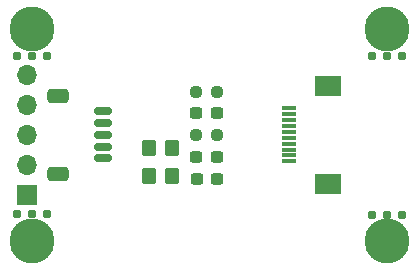
<source format=gbr>
%TF.GenerationSoftware,KiCad,Pcbnew,(5.99.0-11678-ga208dac8d8)*%
%TF.CreationDate,2021-09-17T02:16:08+07:00*%
%TF.ProjectId,sharp_memory_display,73686172-705f-46d6-956d-6f72795f6469,rev?*%
%TF.SameCoordinates,Original*%
%TF.FileFunction,Soldermask,Bot*%
%TF.FilePolarity,Negative*%
%FSLAX46Y46*%
G04 Gerber Fmt 4.6, Leading zero omitted, Abs format (unit mm)*
G04 Created by KiCad (PCBNEW (5.99.0-11678-ga208dac8d8)) date 2021-09-17 02:16:08*
%MOMM*%
%LPD*%
G01*
G04 APERTURE LIST*
G04 Aperture macros list*
%AMRoundRect*
0 Rectangle with rounded corners*
0 $1 Rounding radius*
0 $2 $3 $4 $5 $6 $7 $8 $9 X,Y pos of 4 corners*
0 Add a 4 corners polygon primitive as box body*
4,1,4,$2,$3,$4,$5,$6,$7,$8,$9,$2,$3,0*
0 Add four circle primitives for the rounded corners*
1,1,$1+$1,$2,$3*
1,1,$1+$1,$4,$5*
1,1,$1+$1,$6,$7*
1,1,$1+$1,$8,$9*
0 Add four rect primitives between the rounded corners*
20,1,$1+$1,$2,$3,$4,$5,0*
20,1,$1+$1,$4,$5,$6,$7,0*
20,1,$1+$1,$6,$7,$8,$9,0*
20,1,$1+$1,$8,$9,$2,$3,0*%
G04 Aperture macros list end*
%ADD10C,0.787400*%
%ADD11R,1.700000X1.700000*%
%ADD12O,1.700000X1.700000*%
%ADD13C,3.800000*%
%ADD14RoundRect,0.237500X0.300000X0.237500X-0.300000X0.237500X-0.300000X-0.237500X0.300000X-0.237500X0*%
%ADD15RoundRect,0.249999X0.350001X0.450001X-0.350001X0.450001X-0.350001X-0.450001X0.350001X-0.450001X0*%
%ADD16RoundRect,0.249999X-0.350001X-0.450001X0.350001X-0.450001X0.350001X0.450001X-0.350001X0.450001X0*%
%ADD17RoundRect,0.237500X0.250000X0.237500X-0.250000X0.237500X-0.250000X-0.237500X0.250000X-0.237500X0*%
%ADD18R,2.200000X1.800000*%
%ADD19R,1.300000X0.300000*%
%ADD20RoundRect,0.150000X0.625000X-0.150000X0.625000X0.150000X-0.625000X0.150000X-0.625000X-0.150000X0*%
%ADD21RoundRect,0.249999X0.650001X-0.350001X0.650001X0.350001X-0.650001X0.350001X-0.650001X-0.350001X0*%
G04 APERTURE END LIST*
D10*
%TO.C,REF\u002A\u002A*%
X23482642Y-23836389D03*
X24752642Y-23836389D03*
X26022642Y-23836389D03*
%TD*%
%TO.C,REF\u002A\u002A*%
X23482642Y-37236389D03*
X24752642Y-37236389D03*
X26022642Y-37236389D03*
%TD*%
%TO.C,REF\u002A\u002A*%
X53482642Y-37290389D03*
X54752642Y-37290389D03*
X56022642Y-37290389D03*
%TD*%
%TO.C,REF\u002A\u002A*%
X53482642Y-23836389D03*
X54752642Y-23836389D03*
X56022642Y-23836389D03*
%TD*%
D11*
%TO.C,J1*%
X24252600Y-35570400D03*
D12*
X24252600Y-33030400D03*
X24252600Y-30490400D03*
X24252600Y-27950400D03*
X24252600Y-25410400D03*
%TD*%
D13*
%TO.C,H2*%
X24752642Y-21490389D03*
%TD*%
%TO.C,H4*%
X54752642Y-21490389D03*
%TD*%
%TO.C,H3*%
X24752642Y-39490389D03*
%TD*%
%TO.C,H1*%
X54752642Y-39490389D03*
%TD*%
D14*
%TO.C,C1*%
X40352600Y-28640400D03*
X38627600Y-28640400D03*
%TD*%
%TO.C,C2*%
X40377600Y-34240400D03*
X38652600Y-34240400D03*
%TD*%
%TO.C,C3*%
X40365100Y-32340400D03*
X38640100Y-32340400D03*
%TD*%
D15*
%TO.C,FB1*%
X36602600Y-31590400D03*
X34602600Y-31590400D03*
%TD*%
D16*
%TO.C,FB2*%
X34602600Y-33990400D03*
X36602600Y-33990400D03*
%TD*%
D17*
%TO.C,R1*%
X40402600Y-30490400D03*
X38577600Y-30490400D03*
%TD*%
D18*
%TO.C,J2*%
X49743142Y-26340400D03*
X49743142Y-34640400D03*
D19*
X46493142Y-32740400D03*
X46493142Y-32240400D03*
X46493142Y-31740400D03*
X46493142Y-31240400D03*
X46493142Y-30740400D03*
X46493142Y-30240400D03*
X46493142Y-29740400D03*
X46493142Y-29240400D03*
X46493142Y-28740400D03*
X46493142Y-28240400D03*
%TD*%
D17*
%TO.C,R2*%
X40402600Y-26840400D03*
X38577600Y-26840400D03*
%TD*%
D20*
%TO.C,J3*%
X30752600Y-32490400D03*
X30752600Y-31490400D03*
X30752600Y-30490400D03*
X30752600Y-29490400D03*
X30752600Y-28490400D03*
D21*
X26877600Y-27190400D03*
X26877600Y-33790400D03*
%TD*%
M02*

</source>
